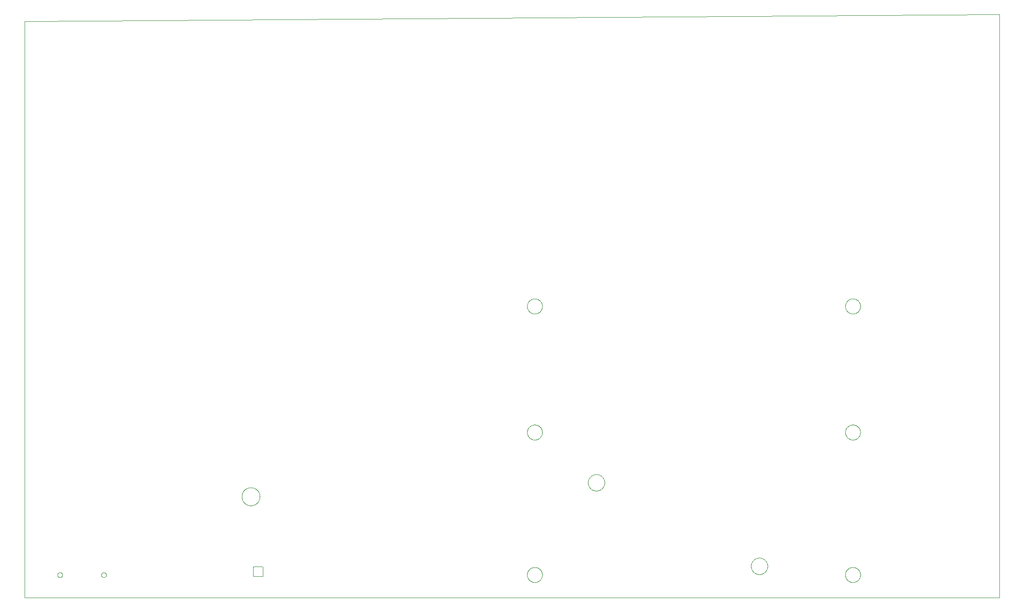
<source format=gbp>
G75*
%MOIN*%
%OFA0B0*%
%FSLAX25Y25*%
%IPPOS*%
%LPD*%
%AMOC8*
5,1,8,0,0,1.08239X$1,22.5*
%
%ADD10C,0.00000*%
%ADD11C,0.00100*%
D10*
X0001000Y0008593D02*
X0001000Y0422293D01*
X0700921Y0427293D01*
X0700921Y0008593D01*
X0001000Y0008593D01*
X0024740Y0024754D02*
X0024742Y0024838D01*
X0024748Y0024921D01*
X0024758Y0025004D01*
X0024772Y0025087D01*
X0024789Y0025169D01*
X0024811Y0025250D01*
X0024836Y0025329D01*
X0024865Y0025408D01*
X0024898Y0025485D01*
X0024934Y0025560D01*
X0024974Y0025634D01*
X0025017Y0025706D01*
X0025064Y0025775D01*
X0025114Y0025842D01*
X0025167Y0025907D01*
X0025223Y0025969D01*
X0025281Y0026029D01*
X0025343Y0026086D01*
X0025407Y0026139D01*
X0025474Y0026190D01*
X0025543Y0026237D01*
X0025614Y0026282D01*
X0025687Y0026322D01*
X0025762Y0026359D01*
X0025839Y0026393D01*
X0025917Y0026423D01*
X0025996Y0026449D01*
X0026077Y0026472D01*
X0026159Y0026490D01*
X0026241Y0026505D01*
X0026324Y0026516D01*
X0026407Y0026523D01*
X0026491Y0026526D01*
X0026575Y0026525D01*
X0026658Y0026520D01*
X0026742Y0026511D01*
X0026824Y0026498D01*
X0026906Y0026482D01*
X0026987Y0026461D01*
X0027068Y0026437D01*
X0027146Y0026409D01*
X0027224Y0026377D01*
X0027300Y0026341D01*
X0027374Y0026302D01*
X0027446Y0026260D01*
X0027516Y0026214D01*
X0027584Y0026165D01*
X0027649Y0026113D01*
X0027712Y0026058D01*
X0027772Y0026000D01*
X0027830Y0025939D01*
X0027884Y0025875D01*
X0027936Y0025809D01*
X0027984Y0025741D01*
X0028029Y0025670D01*
X0028070Y0025597D01*
X0028109Y0025523D01*
X0028143Y0025447D01*
X0028174Y0025369D01*
X0028201Y0025290D01*
X0028225Y0025209D01*
X0028244Y0025128D01*
X0028260Y0025046D01*
X0028272Y0024963D01*
X0028280Y0024879D01*
X0028284Y0024796D01*
X0028284Y0024712D01*
X0028280Y0024629D01*
X0028272Y0024545D01*
X0028260Y0024462D01*
X0028244Y0024380D01*
X0028225Y0024299D01*
X0028201Y0024218D01*
X0028174Y0024139D01*
X0028143Y0024061D01*
X0028109Y0023985D01*
X0028070Y0023911D01*
X0028029Y0023838D01*
X0027984Y0023767D01*
X0027936Y0023699D01*
X0027884Y0023633D01*
X0027830Y0023569D01*
X0027772Y0023508D01*
X0027712Y0023450D01*
X0027649Y0023395D01*
X0027584Y0023343D01*
X0027516Y0023294D01*
X0027446Y0023248D01*
X0027374Y0023206D01*
X0027300Y0023167D01*
X0027224Y0023131D01*
X0027146Y0023099D01*
X0027068Y0023071D01*
X0026987Y0023047D01*
X0026906Y0023026D01*
X0026824Y0023010D01*
X0026742Y0022997D01*
X0026658Y0022988D01*
X0026575Y0022983D01*
X0026491Y0022982D01*
X0026407Y0022985D01*
X0026324Y0022992D01*
X0026241Y0023003D01*
X0026159Y0023018D01*
X0026077Y0023036D01*
X0025996Y0023059D01*
X0025917Y0023085D01*
X0025839Y0023115D01*
X0025762Y0023149D01*
X0025687Y0023186D01*
X0025614Y0023226D01*
X0025543Y0023271D01*
X0025474Y0023318D01*
X0025407Y0023369D01*
X0025343Y0023422D01*
X0025281Y0023479D01*
X0025223Y0023539D01*
X0025167Y0023601D01*
X0025114Y0023666D01*
X0025064Y0023733D01*
X0025017Y0023802D01*
X0024974Y0023874D01*
X0024934Y0023948D01*
X0024898Y0024023D01*
X0024865Y0024100D01*
X0024836Y0024179D01*
X0024811Y0024258D01*
X0024789Y0024339D01*
X0024772Y0024421D01*
X0024758Y0024504D01*
X0024748Y0024587D01*
X0024742Y0024670D01*
X0024740Y0024754D01*
X0056236Y0024754D02*
X0056238Y0024838D01*
X0056244Y0024921D01*
X0056254Y0025004D01*
X0056268Y0025087D01*
X0056285Y0025169D01*
X0056307Y0025250D01*
X0056332Y0025329D01*
X0056361Y0025408D01*
X0056394Y0025485D01*
X0056430Y0025560D01*
X0056470Y0025634D01*
X0056513Y0025706D01*
X0056560Y0025775D01*
X0056610Y0025842D01*
X0056663Y0025907D01*
X0056719Y0025969D01*
X0056777Y0026029D01*
X0056839Y0026086D01*
X0056903Y0026139D01*
X0056970Y0026190D01*
X0057039Y0026237D01*
X0057110Y0026282D01*
X0057183Y0026322D01*
X0057258Y0026359D01*
X0057335Y0026393D01*
X0057413Y0026423D01*
X0057492Y0026449D01*
X0057573Y0026472D01*
X0057655Y0026490D01*
X0057737Y0026505D01*
X0057820Y0026516D01*
X0057903Y0026523D01*
X0057987Y0026526D01*
X0058071Y0026525D01*
X0058154Y0026520D01*
X0058238Y0026511D01*
X0058320Y0026498D01*
X0058402Y0026482D01*
X0058483Y0026461D01*
X0058564Y0026437D01*
X0058642Y0026409D01*
X0058720Y0026377D01*
X0058796Y0026341D01*
X0058870Y0026302D01*
X0058942Y0026260D01*
X0059012Y0026214D01*
X0059080Y0026165D01*
X0059145Y0026113D01*
X0059208Y0026058D01*
X0059268Y0026000D01*
X0059326Y0025939D01*
X0059380Y0025875D01*
X0059432Y0025809D01*
X0059480Y0025741D01*
X0059525Y0025670D01*
X0059566Y0025597D01*
X0059605Y0025523D01*
X0059639Y0025447D01*
X0059670Y0025369D01*
X0059697Y0025290D01*
X0059721Y0025209D01*
X0059740Y0025128D01*
X0059756Y0025046D01*
X0059768Y0024963D01*
X0059776Y0024879D01*
X0059780Y0024796D01*
X0059780Y0024712D01*
X0059776Y0024629D01*
X0059768Y0024545D01*
X0059756Y0024462D01*
X0059740Y0024380D01*
X0059721Y0024299D01*
X0059697Y0024218D01*
X0059670Y0024139D01*
X0059639Y0024061D01*
X0059605Y0023985D01*
X0059566Y0023911D01*
X0059525Y0023838D01*
X0059480Y0023767D01*
X0059432Y0023699D01*
X0059380Y0023633D01*
X0059326Y0023569D01*
X0059268Y0023508D01*
X0059208Y0023450D01*
X0059145Y0023395D01*
X0059080Y0023343D01*
X0059012Y0023294D01*
X0058942Y0023248D01*
X0058870Y0023206D01*
X0058796Y0023167D01*
X0058720Y0023131D01*
X0058642Y0023099D01*
X0058564Y0023071D01*
X0058483Y0023047D01*
X0058402Y0023026D01*
X0058320Y0023010D01*
X0058238Y0022997D01*
X0058154Y0022988D01*
X0058071Y0022983D01*
X0057987Y0022982D01*
X0057903Y0022985D01*
X0057820Y0022992D01*
X0057737Y0023003D01*
X0057655Y0023018D01*
X0057573Y0023036D01*
X0057492Y0023059D01*
X0057413Y0023085D01*
X0057335Y0023115D01*
X0057258Y0023149D01*
X0057183Y0023186D01*
X0057110Y0023226D01*
X0057039Y0023271D01*
X0056970Y0023318D01*
X0056903Y0023369D01*
X0056839Y0023422D01*
X0056777Y0023479D01*
X0056719Y0023539D01*
X0056663Y0023601D01*
X0056610Y0023666D01*
X0056560Y0023733D01*
X0056513Y0023802D01*
X0056470Y0023874D01*
X0056430Y0023948D01*
X0056394Y0024023D01*
X0056361Y0024100D01*
X0056332Y0024179D01*
X0056307Y0024258D01*
X0056285Y0024339D01*
X0056268Y0024421D01*
X0056254Y0024504D01*
X0056244Y0024587D01*
X0056238Y0024670D01*
X0056236Y0024754D01*
X0157000Y0081093D02*
X0157002Y0081254D01*
X0157008Y0081414D01*
X0157018Y0081575D01*
X0157032Y0081735D01*
X0157050Y0081895D01*
X0157071Y0082054D01*
X0157097Y0082213D01*
X0157127Y0082371D01*
X0157160Y0082528D01*
X0157198Y0082685D01*
X0157239Y0082840D01*
X0157284Y0082994D01*
X0157333Y0083147D01*
X0157386Y0083299D01*
X0157442Y0083450D01*
X0157503Y0083599D01*
X0157566Y0083747D01*
X0157634Y0083893D01*
X0157705Y0084037D01*
X0157779Y0084179D01*
X0157857Y0084320D01*
X0157939Y0084458D01*
X0158024Y0084595D01*
X0158112Y0084729D01*
X0158204Y0084861D01*
X0158299Y0084991D01*
X0158397Y0085119D01*
X0158498Y0085244D01*
X0158602Y0085366D01*
X0158709Y0085486D01*
X0158819Y0085603D01*
X0158932Y0085718D01*
X0159048Y0085829D01*
X0159167Y0085938D01*
X0159288Y0086043D01*
X0159412Y0086146D01*
X0159538Y0086246D01*
X0159666Y0086342D01*
X0159797Y0086435D01*
X0159931Y0086525D01*
X0160066Y0086612D01*
X0160204Y0086695D01*
X0160343Y0086775D01*
X0160485Y0086851D01*
X0160628Y0086924D01*
X0160773Y0086993D01*
X0160920Y0087059D01*
X0161068Y0087121D01*
X0161218Y0087179D01*
X0161369Y0087234D01*
X0161522Y0087285D01*
X0161676Y0087332D01*
X0161831Y0087375D01*
X0161987Y0087414D01*
X0162143Y0087450D01*
X0162301Y0087481D01*
X0162459Y0087509D01*
X0162618Y0087533D01*
X0162778Y0087553D01*
X0162938Y0087569D01*
X0163098Y0087581D01*
X0163259Y0087589D01*
X0163420Y0087593D01*
X0163580Y0087593D01*
X0163741Y0087589D01*
X0163902Y0087581D01*
X0164062Y0087569D01*
X0164222Y0087553D01*
X0164382Y0087533D01*
X0164541Y0087509D01*
X0164699Y0087481D01*
X0164857Y0087450D01*
X0165013Y0087414D01*
X0165169Y0087375D01*
X0165324Y0087332D01*
X0165478Y0087285D01*
X0165631Y0087234D01*
X0165782Y0087179D01*
X0165932Y0087121D01*
X0166080Y0087059D01*
X0166227Y0086993D01*
X0166372Y0086924D01*
X0166515Y0086851D01*
X0166657Y0086775D01*
X0166796Y0086695D01*
X0166934Y0086612D01*
X0167069Y0086525D01*
X0167203Y0086435D01*
X0167334Y0086342D01*
X0167462Y0086246D01*
X0167588Y0086146D01*
X0167712Y0086043D01*
X0167833Y0085938D01*
X0167952Y0085829D01*
X0168068Y0085718D01*
X0168181Y0085603D01*
X0168291Y0085486D01*
X0168398Y0085366D01*
X0168502Y0085244D01*
X0168603Y0085119D01*
X0168701Y0084991D01*
X0168796Y0084861D01*
X0168888Y0084729D01*
X0168976Y0084595D01*
X0169061Y0084458D01*
X0169143Y0084320D01*
X0169221Y0084179D01*
X0169295Y0084037D01*
X0169366Y0083893D01*
X0169434Y0083747D01*
X0169497Y0083599D01*
X0169558Y0083450D01*
X0169614Y0083299D01*
X0169667Y0083147D01*
X0169716Y0082994D01*
X0169761Y0082840D01*
X0169802Y0082685D01*
X0169840Y0082528D01*
X0169873Y0082371D01*
X0169903Y0082213D01*
X0169929Y0082054D01*
X0169950Y0081895D01*
X0169968Y0081735D01*
X0169982Y0081575D01*
X0169992Y0081414D01*
X0169998Y0081254D01*
X0170000Y0081093D01*
X0169998Y0080932D01*
X0169992Y0080772D01*
X0169982Y0080611D01*
X0169968Y0080451D01*
X0169950Y0080291D01*
X0169929Y0080132D01*
X0169903Y0079973D01*
X0169873Y0079815D01*
X0169840Y0079658D01*
X0169802Y0079501D01*
X0169761Y0079346D01*
X0169716Y0079192D01*
X0169667Y0079039D01*
X0169614Y0078887D01*
X0169558Y0078736D01*
X0169497Y0078587D01*
X0169434Y0078439D01*
X0169366Y0078293D01*
X0169295Y0078149D01*
X0169221Y0078007D01*
X0169143Y0077866D01*
X0169061Y0077728D01*
X0168976Y0077591D01*
X0168888Y0077457D01*
X0168796Y0077325D01*
X0168701Y0077195D01*
X0168603Y0077067D01*
X0168502Y0076942D01*
X0168398Y0076820D01*
X0168291Y0076700D01*
X0168181Y0076583D01*
X0168068Y0076468D01*
X0167952Y0076357D01*
X0167833Y0076248D01*
X0167712Y0076143D01*
X0167588Y0076040D01*
X0167462Y0075940D01*
X0167334Y0075844D01*
X0167203Y0075751D01*
X0167069Y0075661D01*
X0166934Y0075574D01*
X0166796Y0075491D01*
X0166657Y0075411D01*
X0166515Y0075335D01*
X0166372Y0075262D01*
X0166227Y0075193D01*
X0166080Y0075127D01*
X0165932Y0075065D01*
X0165782Y0075007D01*
X0165631Y0074952D01*
X0165478Y0074901D01*
X0165324Y0074854D01*
X0165169Y0074811D01*
X0165013Y0074772D01*
X0164857Y0074736D01*
X0164699Y0074705D01*
X0164541Y0074677D01*
X0164382Y0074653D01*
X0164222Y0074633D01*
X0164062Y0074617D01*
X0163902Y0074605D01*
X0163741Y0074597D01*
X0163580Y0074593D01*
X0163420Y0074593D01*
X0163259Y0074597D01*
X0163098Y0074605D01*
X0162938Y0074617D01*
X0162778Y0074633D01*
X0162618Y0074653D01*
X0162459Y0074677D01*
X0162301Y0074705D01*
X0162143Y0074736D01*
X0161987Y0074772D01*
X0161831Y0074811D01*
X0161676Y0074854D01*
X0161522Y0074901D01*
X0161369Y0074952D01*
X0161218Y0075007D01*
X0161068Y0075065D01*
X0160920Y0075127D01*
X0160773Y0075193D01*
X0160628Y0075262D01*
X0160485Y0075335D01*
X0160343Y0075411D01*
X0160204Y0075491D01*
X0160066Y0075574D01*
X0159931Y0075661D01*
X0159797Y0075751D01*
X0159666Y0075844D01*
X0159538Y0075940D01*
X0159412Y0076040D01*
X0159288Y0076143D01*
X0159167Y0076248D01*
X0159048Y0076357D01*
X0158932Y0076468D01*
X0158819Y0076583D01*
X0158709Y0076700D01*
X0158602Y0076820D01*
X0158498Y0076942D01*
X0158397Y0077067D01*
X0158299Y0077195D01*
X0158204Y0077325D01*
X0158112Y0077457D01*
X0158024Y0077591D01*
X0157939Y0077728D01*
X0157857Y0077866D01*
X0157779Y0078007D01*
X0157705Y0078149D01*
X0157634Y0078293D01*
X0157566Y0078439D01*
X0157503Y0078587D01*
X0157442Y0078736D01*
X0157386Y0078887D01*
X0157333Y0079039D01*
X0157284Y0079192D01*
X0157239Y0079346D01*
X0157198Y0079501D01*
X0157160Y0079658D01*
X0157127Y0079815D01*
X0157097Y0079973D01*
X0157071Y0080132D01*
X0157050Y0080291D01*
X0157032Y0080451D01*
X0157018Y0080611D01*
X0157008Y0080772D01*
X0157002Y0080932D01*
X0157000Y0081093D01*
X0361867Y0127234D02*
X0361869Y0127381D01*
X0361875Y0127527D01*
X0361885Y0127673D01*
X0361899Y0127819D01*
X0361917Y0127965D01*
X0361938Y0128110D01*
X0361964Y0128254D01*
X0361994Y0128398D01*
X0362027Y0128540D01*
X0362064Y0128682D01*
X0362105Y0128823D01*
X0362150Y0128962D01*
X0362199Y0129101D01*
X0362251Y0129238D01*
X0362308Y0129373D01*
X0362367Y0129507D01*
X0362431Y0129639D01*
X0362498Y0129769D01*
X0362568Y0129898D01*
X0362642Y0130025D01*
X0362719Y0130149D01*
X0362800Y0130272D01*
X0362884Y0130392D01*
X0362971Y0130510D01*
X0363061Y0130625D01*
X0363154Y0130738D01*
X0363251Y0130849D01*
X0363350Y0130957D01*
X0363452Y0131062D01*
X0363557Y0131164D01*
X0363665Y0131263D01*
X0363776Y0131360D01*
X0363889Y0131453D01*
X0364004Y0131543D01*
X0364122Y0131630D01*
X0364242Y0131714D01*
X0364365Y0131795D01*
X0364489Y0131872D01*
X0364616Y0131946D01*
X0364745Y0132016D01*
X0364875Y0132083D01*
X0365007Y0132147D01*
X0365141Y0132206D01*
X0365276Y0132263D01*
X0365413Y0132315D01*
X0365552Y0132364D01*
X0365691Y0132409D01*
X0365832Y0132450D01*
X0365974Y0132487D01*
X0366116Y0132520D01*
X0366260Y0132550D01*
X0366404Y0132576D01*
X0366549Y0132597D01*
X0366695Y0132615D01*
X0366841Y0132629D01*
X0366987Y0132639D01*
X0367133Y0132645D01*
X0367280Y0132647D01*
X0367427Y0132645D01*
X0367573Y0132639D01*
X0367719Y0132629D01*
X0367865Y0132615D01*
X0368011Y0132597D01*
X0368156Y0132576D01*
X0368300Y0132550D01*
X0368444Y0132520D01*
X0368586Y0132487D01*
X0368728Y0132450D01*
X0368869Y0132409D01*
X0369008Y0132364D01*
X0369147Y0132315D01*
X0369284Y0132263D01*
X0369419Y0132206D01*
X0369553Y0132147D01*
X0369685Y0132083D01*
X0369815Y0132016D01*
X0369944Y0131946D01*
X0370071Y0131872D01*
X0370195Y0131795D01*
X0370318Y0131714D01*
X0370438Y0131630D01*
X0370556Y0131543D01*
X0370671Y0131453D01*
X0370784Y0131360D01*
X0370895Y0131263D01*
X0371003Y0131164D01*
X0371108Y0131062D01*
X0371210Y0130957D01*
X0371309Y0130849D01*
X0371406Y0130738D01*
X0371499Y0130625D01*
X0371589Y0130510D01*
X0371676Y0130392D01*
X0371760Y0130272D01*
X0371841Y0130149D01*
X0371918Y0130025D01*
X0371992Y0129898D01*
X0372062Y0129769D01*
X0372129Y0129639D01*
X0372193Y0129507D01*
X0372252Y0129373D01*
X0372309Y0129238D01*
X0372361Y0129101D01*
X0372410Y0128962D01*
X0372455Y0128823D01*
X0372496Y0128682D01*
X0372533Y0128540D01*
X0372566Y0128398D01*
X0372596Y0128254D01*
X0372622Y0128110D01*
X0372643Y0127965D01*
X0372661Y0127819D01*
X0372675Y0127673D01*
X0372685Y0127527D01*
X0372691Y0127381D01*
X0372693Y0127234D01*
X0372691Y0127087D01*
X0372685Y0126941D01*
X0372675Y0126795D01*
X0372661Y0126649D01*
X0372643Y0126503D01*
X0372622Y0126358D01*
X0372596Y0126214D01*
X0372566Y0126070D01*
X0372533Y0125928D01*
X0372496Y0125786D01*
X0372455Y0125645D01*
X0372410Y0125506D01*
X0372361Y0125367D01*
X0372309Y0125230D01*
X0372252Y0125095D01*
X0372193Y0124961D01*
X0372129Y0124829D01*
X0372062Y0124699D01*
X0371992Y0124570D01*
X0371918Y0124443D01*
X0371841Y0124319D01*
X0371760Y0124196D01*
X0371676Y0124076D01*
X0371589Y0123958D01*
X0371499Y0123843D01*
X0371406Y0123730D01*
X0371309Y0123619D01*
X0371210Y0123511D01*
X0371108Y0123406D01*
X0371003Y0123304D01*
X0370895Y0123205D01*
X0370784Y0123108D01*
X0370671Y0123015D01*
X0370556Y0122925D01*
X0370438Y0122838D01*
X0370318Y0122754D01*
X0370195Y0122673D01*
X0370071Y0122596D01*
X0369944Y0122522D01*
X0369815Y0122452D01*
X0369685Y0122385D01*
X0369553Y0122321D01*
X0369419Y0122262D01*
X0369284Y0122205D01*
X0369147Y0122153D01*
X0369008Y0122104D01*
X0368869Y0122059D01*
X0368728Y0122018D01*
X0368586Y0121981D01*
X0368444Y0121948D01*
X0368300Y0121918D01*
X0368156Y0121892D01*
X0368011Y0121871D01*
X0367865Y0121853D01*
X0367719Y0121839D01*
X0367573Y0121829D01*
X0367427Y0121823D01*
X0367280Y0121821D01*
X0367133Y0121823D01*
X0366987Y0121829D01*
X0366841Y0121839D01*
X0366695Y0121853D01*
X0366549Y0121871D01*
X0366404Y0121892D01*
X0366260Y0121918D01*
X0366116Y0121948D01*
X0365974Y0121981D01*
X0365832Y0122018D01*
X0365691Y0122059D01*
X0365552Y0122104D01*
X0365413Y0122153D01*
X0365276Y0122205D01*
X0365141Y0122262D01*
X0365007Y0122321D01*
X0364875Y0122385D01*
X0364745Y0122452D01*
X0364616Y0122522D01*
X0364489Y0122596D01*
X0364365Y0122673D01*
X0364242Y0122754D01*
X0364122Y0122838D01*
X0364004Y0122925D01*
X0363889Y0123015D01*
X0363776Y0123108D01*
X0363665Y0123205D01*
X0363557Y0123304D01*
X0363452Y0123406D01*
X0363350Y0123511D01*
X0363251Y0123619D01*
X0363154Y0123730D01*
X0363061Y0123843D01*
X0362971Y0123958D01*
X0362884Y0124076D01*
X0362800Y0124196D01*
X0362719Y0124319D01*
X0362642Y0124443D01*
X0362568Y0124570D01*
X0362498Y0124699D01*
X0362431Y0124829D01*
X0362367Y0124961D01*
X0362308Y0125095D01*
X0362251Y0125230D01*
X0362199Y0125367D01*
X0362150Y0125506D01*
X0362105Y0125645D01*
X0362064Y0125786D01*
X0362027Y0125928D01*
X0361994Y0126070D01*
X0361964Y0126214D01*
X0361938Y0126358D01*
X0361917Y0126503D01*
X0361899Y0126649D01*
X0361885Y0126795D01*
X0361875Y0126941D01*
X0361869Y0127087D01*
X0361867Y0127234D01*
X0405594Y0091093D02*
X0405596Y0091246D01*
X0405602Y0091400D01*
X0405612Y0091553D01*
X0405626Y0091705D01*
X0405644Y0091858D01*
X0405666Y0092009D01*
X0405691Y0092160D01*
X0405721Y0092311D01*
X0405755Y0092461D01*
X0405792Y0092609D01*
X0405833Y0092757D01*
X0405878Y0092903D01*
X0405927Y0093049D01*
X0405980Y0093193D01*
X0406036Y0093335D01*
X0406096Y0093476D01*
X0406160Y0093616D01*
X0406227Y0093754D01*
X0406298Y0093890D01*
X0406373Y0094024D01*
X0406450Y0094156D01*
X0406532Y0094286D01*
X0406616Y0094414D01*
X0406704Y0094540D01*
X0406795Y0094663D01*
X0406889Y0094784D01*
X0406987Y0094902D01*
X0407087Y0095018D01*
X0407191Y0095131D01*
X0407297Y0095242D01*
X0407406Y0095350D01*
X0407518Y0095455D01*
X0407632Y0095556D01*
X0407750Y0095655D01*
X0407869Y0095751D01*
X0407991Y0095844D01*
X0408116Y0095933D01*
X0408243Y0096020D01*
X0408372Y0096102D01*
X0408503Y0096182D01*
X0408636Y0096258D01*
X0408771Y0096331D01*
X0408908Y0096400D01*
X0409047Y0096465D01*
X0409187Y0096527D01*
X0409329Y0096585D01*
X0409472Y0096640D01*
X0409617Y0096691D01*
X0409763Y0096738D01*
X0409910Y0096781D01*
X0410058Y0096820D01*
X0410207Y0096856D01*
X0410357Y0096887D01*
X0410508Y0096915D01*
X0410659Y0096939D01*
X0410812Y0096959D01*
X0410964Y0096975D01*
X0411117Y0096987D01*
X0411270Y0096995D01*
X0411423Y0096999D01*
X0411577Y0096999D01*
X0411730Y0096995D01*
X0411883Y0096987D01*
X0412036Y0096975D01*
X0412188Y0096959D01*
X0412341Y0096939D01*
X0412492Y0096915D01*
X0412643Y0096887D01*
X0412793Y0096856D01*
X0412942Y0096820D01*
X0413090Y0096781D01*
X0413237Y0096738D01*
X0413383Y0096691D01*
X0413528Y0096640D01*
X0413671Y0096585D01*
X0413813Y0096527D01*
X0413953Y0096465D01*
X0414092Y0096400D01*
X0414229Y0096331D01*
X0414364Y0096258D01*
X0414497Y0096182D01*
X0414628Y0096102D01*
X0414757Y0096020D01*
X0414884Y0095933D01*
X0415009Y0095844D01*
X0415131Y0095751D01*
X0415250Y0095655D01*
X0415368Y0095556D01*
X0415482Y0095455D01*
X0415594Y0095350D01*
X0415703Y0095242D01*
X0415809Y0095131D01*
X0415913Y0095018D01*
X0416013Y0094902D01*
X0416111Y0094784D01*
X0416205Y0094663D01*
X0416296Y0094540D01*
X0416384Y0094414D01*
X0416468Y0094286D01*
X0416550Y0094156D01*
X0416627Y0094024D01*
X0416702Y0093890D01*
X0416773Y0093754D01*
X0416840Y0093616D01*
X0416904Y0093476D01*
X0416964Y0093335D01*
X0417020Y0093193D01*
X0417073Y0093049D01*
X0417122Y0092903D01*
X0417167Y0092757D01*
X0417208Y0092609D01*
X0417245Y0092461D01*
X0417279Y0092311D01*
X0417309Y0092160D01*
X0417334Y0092009D01*
X0417356Y0091858D01*
X0417374Y0091705D01*
X0417388Y0091553D01*
X0417398Y0091400D01*
X0417404Y0091246D01*
X0417406Y0091093D01*
X0417404Y0090940D01*
X0417398Y0090786D01*
X0417388Y0090633D01*
X0417374Y0090481D01*
X0417356Y0090328D01*
X0417334Y0090177D01*
X0417309Y0090026D01*
X0417279Y0089875D01*
X0417245Y0089725D01*
X0417208Y0089577D01*
X0417167Y0089429D01*
X0417122Y0089283D01*
X0417073Y0089137D01*
X0417020Y0088993D01*
X0416964Y0088851D01*
X0416904Y0088710D01*
X0416840Y0088570D01*
X0416773Y0088432D01*
X0416702Y0088296D01*
X0416627Y0088162D01*
X0416550Y0088030D01*
X0416468Y0087900D01*
X0416384Y0087772D01*
X0416296Y0087646D01*
X0416205Y0087523D01*
X0416111Y0087402D01*
X0416013Y0087284D01*
X0415913Y0087168D01*
X0415809Y0087055D01*
X0415703Y0086944D01*
X0415594Y0086836D01*
X0415482Y0086731D01*
X0415368Y0086630D01*
X0415250Y0086531D01*
X0415131Y0086435D01*
X0415009Y0086342D01*
X0414884Y0086253D01*
X0414757Y0086166D01*
X0414628Y0086084D01*
X0414497Y0086004D01*
X0414364Y0085928D01*
X0414229Y0085855D01*
X0414092Y0085786D01*
X0413953Y0085721D01*
X0413813Y0085659D01*
X0413671Y0085601D01*
X0413528Y0085546D01*
X0413383Y0085495D01*
X0413237Y0085448D01*
X0413090Y0085405D01*
X0412942Y0085366D01*
X0412793Y0085330D01*
X0412643Y0085299D01*
X0412492Y0085271D01*
X0412341Y0085247D01*
X0412188Y0085227D01*
X0412036Y0085211D01*
X0411883Y0085199D01*
X0411730Y0085191D01*
X0411577Y0085187D01*
X0411423Y0085187D01*
X0411270Y0085191D01*
X0411117Y0085199D01*
X0410964Y0085211D01*
X0410812Y0085227D01*
X0410659Y0085247D01*
X0410508Y0085271D01*
X0410357Y0085299D01*
X0410207Y0085330D01*
X0410058Y0085366D01*
X0409910Y0085405D01*
X0409763Y0085448D01*
X0409617Y0085495D01*
X0409472Y0085546D01*
X0409329Y0085601D01*
X0409187Y0085659D01*
X0409047Y0085721D01*
X0408908Y0085786D01*
X0408771Y0085855D01*
X0408636Y0085928D01*
X0408503Y0086004D01*
X0408372Y0086084D01*
X0408243Y0086166D01*
X0408116Y0086253D01*
X0407991Y0086342D01*
X0407869Y0086435D01*
X0407750Y0086531D01*
X0407632Y0086630D01*
X0407518Y0086731D01*
X0407406Y0086836D01*
X0407297Y0086944D01*
X0407191Y0087055D01*
X0407087Y0087168D01*
X0406987Y0087284D01*
X0406889Y0087402D01*
X0406795Y0087523D01*
X0406704Y0087646D01*
X0406616Y0087772D01*
X0406532Y0087900D01*
X0406450Y0088030D01*
X0406373Y0088162D01*
X0406298Y0088296D01*
X0406227Y0088432D01*
X0406160Y0088570D01*
X0406096Y0088710D01*
X0406036Y0088851D01*
X0405980Y0088993D01*
X0405927Y0089137D01*
X0405878Y0089283D01*
X0405833Y0089429D01*
X0405792Y0089577D01*
X0405755Y0089725D01*
X0405721Y0089875D01*
X0405691Y0090026D01*
X0405666Y0090177D01*
X0405644Y0090328D01*
X0405626Y0090481D01*
X0405612Y0090633D01*
X0405602Y0090786D01*
X0405596Y0090940D01*
X0405594Y0091093D01*
X0361867Y0024872D02*
X0361869Y0025019D01*
X0361875Y0025165D01*
X0361885Y0025311D01*
X0361899Y0025457D01*
X0361917Y0025603D01*
X0361938Y0025748D01*
X0361964Y0025892D01*
X0361994Y0026036D01*
X0362027Y0026178D01*
X0362064Y0026320D01*
X0362105Y0026461D01*
X0362150Y0026600D01*
X0362199Y0026739D01*
X0362251Y0026876D01*
X0362308Y0027011D01*
X0362367Y0027145D01*
X0362431Y0027277D01*
X0362498Y0027407D01*
X0362568Y0027536D01*
X0362642Y0027663D01*
X0362719Y0027787D01*
X0362800Y0027910D01*
X0362884Y0028030D01*
X0362971Y0028148D01*
X0363061Y0028263D01*
X0363154Y0028376D01*
X0363251Y0028487D01*
X0363350Y0028595D01*
X0363452Y0028700D01*
X0363557Y0028802D01*
X0363665Y0028901D01*
X0363776Y0028998D01*
X0363889Y0029091D01*
X0364004Y0029181D01*
X0364122Y0029268D01*
X0364242Y0029352D01*
X0364365Y0029433D01*
X0364489Y0029510D01*
X0364616Y0029584D01*
X0364745Y0029654D01*
X0364875Y0029721D01*
X0365007Y0029785D01*
X0365141Y0029844D01*
X0365276Y0029901D01*
X0365413Y0029953D01*
X0365552Y0030002D01*
X0365691Y0030047D01*
X0365832Y0030088D01*
X0365974Y0030125D01*
X0366116Y0030158D01*
X0366260Y0030188D01*
X0366404Y0030214D01*
X0366549Y0030235D01*
X0366695Y0030253D01*
X0366841Y0030267D01*
X0366987Y0030277D01*
X0367133Y0030283D01*
X0367280Y0030285D01*
X0367427Y0030283D01*
X0367573Y0030277D01*
X0367719Y0030267D01*
X0367865Y0030253D01*
X0368011Y0030235D01*
X0368156Y0030214D01*
X0368300Y0030188D01*
X0368444Y0030158D01*
X0368586Y0030125D01*
X0368728Y0030088D01*
X0368869Y0030047D01*
X0369008Y0030002D01*
X0369147Y0029953D01*
X0369284Y0029901D01*
X0369419Y0029844D01*
X0369553Y0029785D01*
X0369685Y0029721D01*
X0369815Y0029654D01*
X0369944Y0029584D01*
X0370071Y0029510D01*
X0370195Y0029433D01*
X0370318Y0029352D01*
X0370438Y0029268D01*
X0370556Y0029181D01*
X0370671Y0029091D01*
X0370784Y0028998D01*
X0370895Y0028901D01*
X0371003Y0028802D01*
X0371108Y0028700D01*
X0371210Y0028595D01*
X0371309Y0028487D01*
X0371406Y0028376D01*
X0371499Y0028263D01*
X0371589Y0028148D01*
X0371676Y0028030D01*
X0371760Y0027910D01*
X0371841Y0027787D01*
X0371918Y0027663D01*
X0371992Y0027536D01*
X0372062Y0027407D01*
X0372129Y0027277D01*
X0372193Y0027145D01*
X0372252Y0027011D01*
X0372309Y0026876D01*
X0372361Y0026739D01*
X0372410Y0026600D01*
X0372455Y0026461D01*
X0372496Y0026320D01*
X0372533Y0026178D01*
X0372566Y0026036D01*
X0372596Y0025892D01*
X0372622Y0025748D01*
X0372643Y0025603D01*
X0372661Y0025457D01*
X0372675Y0025311D01*
X0372685Y0025165D01*
X0372691Y0025019D01*
X0372693Y0024872D01*
X0372691Y0024725D01*
X0372685Y0024579D01*
X0372675Y0024433D01*
X0372661Y0024287D01*
X0372643Y0024141D01*
X0372622Y0023996D01*
X0372596Y0023852D01*
X0372566Y0023708D01*
X0372533Y0023566D01*
X0372496Y0023424D01*
X0372455Y0023283D01*
X0372410Y0023144D01*
X0372361Y0023005D01*
X0372309Y0022868D01*
X0372252Y0022733D01*
X0372193Y0022599D01*
X0372129Y0022467D01*
X0372062Y0022337D01*
X0371992Y0022208D01*
X0371918Y0022081D01*
X0371841Y0021957D01*
X0371760Y0021834D01*
X0371676Y0021714D01*
X0371589Y0021596D01*
X0371499Y0021481D01*
X0371406Y0021368D01*
X0371309Y0021257D01*
X0371210Y0021149D01*
X0371108Y0021044D01*
X0371003Y0020942D01*
X0370895Y0020843D01*
X0370784Y0020746D01*
X0370671Y0020653D01*
X0370556Y0020563D01*
X0370438Y0020476D01*
X0370318Y0020392D01*
X0370195Y0020311D01*
X0370071Y0020234D01*
X0369944Y0020160D01*
X0369815Y0020090D01*
X0369685Y0020023D01*
X0369553Y0019959D01*
X0369419Y0019900D01*
X0369284Y0019843D01*
X0369147Y0019791D01*
X0369008Y0019742D01*
X0368869Y0019697D01*
X0368728Y0019656D01*
X0368586Y0019619D01*
X0368444Y0019586D01*
X0368300Y0019556D01*
X0368156Y0019530D01*
X0368011Y0019509D01*
X0367865Y0019491D01*
X0367719Y0019477D01*
X0367573Y0019467D01*
X0367427Y0019461D01*
X0367280Y0019459D01*
X0367133Y0019461D01*
X0366987Y0019467D01*
X0366841Y0019477D01*
X0366695Y0019491D01*
X0366549Y0019509D01*
X0366404Y0019530D01*
X0366260Y0019556D01*
X0366116Y0019586D01*
X0365974Y0019619D01*
X0365832Y0019656D01*
X0365691Y0019697D01*
X0365552Y0019742D01*
X0365413Y0019791D01*
X0365276Y0019843D01*
X0365141Y0019900D01*
X0365007Y0019959D01*
X0364875Y0020023D01*
X0364745Y0020090D01*
X0364616Y0020160D01*
X0364489Y0020234D01*
X0364365Y0020311D01*
X0364242Y0020392D01*
X0364122Y0020476D01*
X0364004Y0020563D01*
X0363889Y0020653D01*
X0363776Y0020746D01*
X0363665Y0020843D01*
X0363557Y0020942D01*
X0363452Y0021044D01*
X0363350Y0021149D01*
X0363251Y0021257D01*
X0363154Y0021368D01*
X0363061Y0021481D01*
X0362971Y0021596D01*
X0362884Y0021714D01*
X0362800Y0021834D01*
X0362719Y0021957D01*
X0362642Y0022081D01*
X0362568Y0022208D01*
X0362498Y0022337D01*
X0362431Y0022467D01*
X0362367Y0022599D01*
X0362308Y0022733D01*
X0362251Y0022868D01*
X0362199Y0023005D01*
X0362150Y0023144D01*
X0362105Y0023283D01*
X0362064Y0023424D01*
X0362027Y0023566D01*
X0361994Y0023708D01*
X0361964Y0023852D01*
X0361938Y0023996D01*
X0361917Y0024141D01*
X0361899Y0024287D01*
X0361885Y0024433D01*
X0361875Y0024579D01*
X0361869Y0024725D01*
X0361867Y0024872D01*
X0522594Y0031093D02*
X0522596Y0031246D01*
X0522602Y0031400D01*
X0522612Y0031553D01*
X0522626Y0031705D01*
X0522644Y0031858D01*
X0522666Y0032009D01*
X0522691Y0032160D01*
X0522721Y0032311D01*
X0522755Y0032461D01*
X0522792Y0032609D01*
X0522833Y0032757D01*
X0522878Y0032903D01*
X0522927Y0033049D01*
X0522980Y0033193D01*
X0523036Y0033335D01*
X0523096Y0033476D01*
X0523160Y0033616D01*
X0523227Y0033754D01*
X0523298Y0033890D01*
X0523373Y0034024D01*
X0523450Y0034156D01*
X0523532Y0034286D01*
X0523616Y0034414D01*
X0523704Y0034540D01*
X0523795Y0034663D01*
X0523889Y0034784D01*
X0523987Y0034902D01*
X0524087Y0035018D01*
X0524191Y0035131D01*
X0524297Y0035242D01*
X0524406Y0035350D01*
X0524518Y0035455D01*
X0524632Y0035556D01*
X0524750Y0035655D01*
X0524869Y0035751D01*
X0524991Y0035844D01*
X0525116Y0035933D01*
X0525243Y0036020D01*
X0525372Y0036102D01*
X0525503Y0036182D01*
X0525636Y0036258D01*
X0525771Y0036331D01*
X0525908Y0036400D01*
X0526047Y0036465D01*
X0526187Y0036527D01*
X0526329Y0036585D01*
X0526472Y0036640D01*
X0526617Y0036691D01*
X0526763Y0036738D01*
X0526910Y0036781D01*
X0527058Y0036820D01*
X0527207Y0036856D01*
X0527357Y0036887D01*
X0527508Y0036915D01*
X0527659Y0036939D01*
X0527812Y0036959D01*
X0527964Y0036975D01*
X0528117Y0036987D01*
X0528270Y0036995D01*
X0528423Y0036999D01*
X0528577Y0036999D01*
X0528730Y0036995D01*
X0528883Y0036987D01*
X0529036Y0036975D01*
X0529188Y0036959D01*
X0529341Y0036939D01*
X0529492Y0036915D01*
X0529643Y0036887D01*
X0529793Y0036856D01*
X0529942Y0036820D01*
X0530090Y0036781D01*
X0530237Y0036738D01*
X0530383Y0036691D01*
X0530528Y0036640D01*
X0530671Y0036585D01*
X0530813Y0036527D01*
X0530953Y0036465D01*
X0531092Y0036400D01*
X0531229Y0036331D01*
X0531364Y0036258D01*
X0531497Y0036182D01*
X0531628Y0036102D01*
X0531757Y0036020D01*
X0531884Y0035933D01*
X0532009Y0035844D01*
X0532131Y0035751D01*
X0532250Y0035655D01*
X0532368Y0035556D01*
X0532482Y0035455D01*
X0532594Y0035350D01*
X0532703Y0035242D01*
X0532809Y0035131D01*
X0532913Y0035018D01*
X0533013Y0034902D01*
X0533111Y0034784D01*
X0533205Y0034663D01*
X0533296Y0034540D01*
X0533384Y0034414D01*
X0533468Y0034286D01*
X0533550Y0034156D01*
X0533627Y0034024D01*
X0533702Y0033890D01*
X0533773Y0033754D01*
X0533840Y0033616D01*
X0533904Y0033476D01*
X0533964Y0033335D01*
X0534020Y0033193D01*
X0534073Y0033049D01*
X0534122Y0032903D01*
X0534167Y0032757D01*
X0534208Y0032609D01*
X0534245Y0032461D01*
X0534279Y0032311D01*
X0534309Y0032160D01*
X0534334Y0032009D01*
X0534356Y0031858D01*
X0534374Y0031705D01*
X0534388Y0031553D01*
X0534398Y0031400D01*
X0534404Y0031246D01*
X0534406Y0031093D01*
X0534404Y0030940D01*
X0534398Y0030786D01*
X0534388Y0030633D01*
X0534374Y0030481D01*
X0534356Y0030328D01*
X0534334Y0030177D01*
X0534309Y0030026D01*
X0534279Y0029875D01*
X0534245Y0029725D01*
X0534208Y0029577D01*
X0534167Y0029429D01*
X0534122Y0029283D01*
X0534073Y0029137D01*
X0534020Y0028993D01*
X0533964Y0028851D01*
X0533904Y0028710D01*
X0533840Y0028570D01*
X0533773Y0028432D01*
X0533702Y0028296D01*
X0533627Y0028162D01*
X0533550Y0028030D01*
X0533468Y0027900D01*
X0533384Y0027772D01*
X0533296Y0027646D01*
X0533205Y0027523D01*
X0533111Y0027402D01*
X0533013Y0027284D01*
X0532913Y0027168D01*
X0532809Y0027055D01*
X0532703Y0026944D01*
X0532594Y0026836D01*
X0532482Y0026731D01*
X0532368Y0026630D01*
X0532250Y0026531D01*
X0532131Y0026435D01*
X0532009Y0026342D01*
X0531884Y0026253D01*
X0531757Y0026166D01*
X0531628Y0026084D01*
X0531497Y0026004D01*
X0531364Y0025928D01*
X0531229Y0025855D01*
X0531092Y0025786D01*
X0530953Y0025721D01*
X0530813Y0025659D01*
X0530671Y0025601D01*
X0530528Y0025546D01*
X0530383Y0025495D01*
X0530237Y0025448D01*
X0530090Y0025405D01*
X0529942Y0025366D01*
X0529793Y0025330D01*
X0529643Y0025299D01*
X0529492Y0025271D01*
X0529341Y0025247D01*
X0529188Y0025227D01*
X0529036Y0025211D01*
X0528883Y0025199D01*
X0528730Y0025191D01*
X0528577Y0025187D01*
X0528423Y0025187D01*
X0528270Y0025191D01*
X0528117Y0025199D01*
X0527964Y0025211D01*
X0527812Y0025227D01*
X0527659Y0025247D01*
X0527508Y0025271D01*
X0527357Y0025299D01*
X0527207Y0025330D01*
X0527058Y0025366D01*
X0526910Y0025405D01*
X0526763Y0025448D01*
X0526617Y0025495D01*
X0526472Y0025546D01*
X0526329Y0025601D01*
X0526187Y0025659D01*
X0526047Y0025721D01*
X0525908Y0025786D01*
X0525771Y0025855D01*
X0525636Y0025928D01*
X0525503Y0026004D01*
X0525372Y0026084D01*
X0525243Y0026166D01*
X0525116Y0026253D01*
X0524991Y0026342D01*
X0524869Y0026435D01*
X0524750Y0026531D01*
X0524632Y0026630D01*
X0524518Y0026731D01*
X0524406Y0026836D01*
X0524297Y0026944D01*
X0524191Y0027055D01*
X0524087Y0027168D01*
X0523987Y0027284D01*
X0523889Y0027402D01*
X0523795Y0027523D01*
X0523704Y0027646D01*
X0523616Y0027772D01*
X0523532Y0027900D01*
X0523450Y0028030D01*
X0523373Y0028162D01*
X0523298Y0028296D01*
X0523227Y0028432D01*
X0523160Y0028570D01*
X0523096Y0028710D01*
X0523036Y0028851D01*
X0522980Y0028993D01*
X0522927Y0029137D01*
X0522878Y0029283D01*
X0522833Y0029429D01*
X0522792Y0029577D01*
X0522755Y0029725D01*
X0522721Y0029875D01*
X0522691Y0030026D01*
X0522666Y0030177D01*
X0522644Y0030328D01*
X0522626Y0030481D01*
X0522612Y0030633D01*
X0522602Y0030786D01*
X0522596Y0030940D01*
X0522594Y0031093D01*
X0590213Y0024872D02*
X0590215Y0025019D01*
X0590221Y0025165D01*
X0590231Y0025311D01*
X0590245Y0025457D01*
X0590263Y0025603D01*
X0590284Y0025748D01*
X0590310Y0025892D01*
X0590340Y0026036D01*
X0590373Y0026178D01*
X0590410Y0026320D01*
X0590451Y0026461D01*
X0590496Y0026600D01*
X0590545Y0026739D01*
X0590597Y0026876D01*
X0590654Y0027011D01*
X0590713Y0027145D01*
X0590777Y0027277D01*
X0590844Y0027407D01*
X0590914Y0027536D01*
X0590988Y0027663D01*
X0591065Y0027787D01*
X0591146Y0027910D01*
X0591230Y0028030D01*
X0591317Y0028148D01*
X0591407Y0028263D01*
X0591500Y0028376D01*
X0591597Y0028487D01*
X0591696Y0028595D01*
X0591798Y0028700D01*
X0591903Y0028802D01*
X0592011Y0028901D01*
X0592122Y0028998D01*
X0592235Y0029091D01*
X0592350Y0029181D01*
X0592468Y0029268D01*
X0592588Y0029352D01*
X0592711Y0029433D01*
X0592835Y0029510D01*
X0592962Y0029584D01*
X0593091Y0029654D01*
X0593221Y0029721D01*
X0593353Y0029785D01*
X0593487Y0029844D01*
X0593622Y0029901D01*
X0593759Y0029953D01*
X0593898Y0030002D01*
X0594037Y0030047D01*
X0594178Y0030088D01*
X0594320Y0030125D01*
X0594462Y0030158D01*
X0594606Y0030188D01*
X0594750Y0030214D01*
X0594895Y0030235D01*
X0595041Y0030253D01*
X0595187Y0030267D01*
X0595333Y0030277D01*
X0595479Y0030283D01*
X0595626Y0030285D01*
X0595773Y0030283D01*
X0595919Y0030277D01*
X0596065Y0030267D01*
X0596211Y0030253D01*
X0596357Y0030235D01*
X0596502Y0030214D01*
X0596646Y0030188D01*
X0596790Y0030158D01*
X0596932Y0030125D01*
X0597074Y0030088D01*
X0597215Y0030047D01*
X0597354Y0030002D01*
X0597493Y0029953D01*
X0597630Y0029901D01*
X0597765Y0029844D01*
X0597899Y0029785D01*
X0598031Y0029721D01*
X0598161Y0029654D01*
X0598290Y0029584D01*
X0598417Y0029510D01*
X0598541Y0029433D01*
X0598664Y0029352D01*
X0598784Y0029268D01*
X0598902Y0029181D01*
X0599017Y0029091D01*
X0599130Y0028998D01*
X0599241Y0028901D01*
X0599349Y0028802D01*
X0599454Y0028700D01*
X0599556Y0028595D01*
X0599655Y0028487D01*
X0599752Y0028376D01*
X0599845Y0028263D01*
X0599935Y0028148D01*
X0600022Y0028030D01*
X0600106Y0027910D01*
X0600187Y0027787D01*
X0600264Y0027663D01*
X0600338Y0027536D01*
X0600408Y0027407D01*
X0600475Y0027277D01*
X0600539Y0027145D01*
X0600598Y0027011D01*
X0600655Y0026876D01*
X0600707Y0026739D01*
X0600756Y0026600D01*
X0600801Y0026461D01*
X0600842Y0026320D01*
X0600879Y0026178D01*
X0600912Y0026036D01*
X0600942Y0025892D01*
X0600968Y0025748D01*
X0600989Y0025603D01*
X0601007Y0025457D01*
X0601021Y0025311D01*
X0601031Y0025165D01*
X0601037Y0025019D01*
X0601039Y0024872D01*
X0601037Y0024725D01*
X0601031Y0024579D01*
X0601021Y0024433D01*
X0601007Y0024287D01*
X0600989Y0024141D01*
X0600968Y0023996D01*
X0600942Y0023852D01*
X0600912Y0023708D01*
X0600879Y0023566D01*
X0600842Y0023424D01*
X0600801Y0023283D01*
X0600756Y0023144D01*
X0600707Y0023005D01*
X0600655Y0022868D01*
X0600598Y0022733D01*
X0600539Y0022599D01*
X0600475Y0022467D01*
X0600408Y0022337D01*
X0600338Y0022208D01*
X0600264Y0022081D01*
X0600187Y0021957D01*
X0600106Y0021834D01*
X0600022Y0021714D01*
X0599935Y0021596D01*
X0599845Y0021481D01*
X0599752Y0021368D01*
X0599655Y0021257D01*
X0599556Y0021149D01*
X0599454Y0021044D01*
X0599349Y0020942D01*
X0599241Y0020843D01*
X0599130Y0020746D01*
X0599017Y0020653D01*
X0598902Y0020563D01*
X0598784Y0020476D01*
X0598664Y0020392D01*
X0598541Y0020311D01*
X0598417Y0020234D01*
X0598290Y0020160D01*
X0598161Y0020090D01*
X0598031Y0020023D01*
X0597899Y0019959D01*
X0597765Y0019900D01*
X0597630Y0019843D01*
X0597493Y0019791D01*
X0597354Y0019742D01*
X0597215Y0019697D01*
X0597074Y0019656D01*
X0596932Y0019619D01*
X0596790Y0019586D01*
X0596646Y0019556D01*
X0596502Y0019530D01*
X0596357Y0019509D01*
X0596211Y0019491D01*
X0596065Y0019477D01*
X0595919Y0019467D01*
X0595773Y0019461D01*
X0595626Y0019459D01*
X0595479Y0019461D01*
X0595333Y0019467D01*
X0595187Y0019477D01*
X0595041Y0019491D01*
X0594895Y0019509D01*
X0594750Y0019530D01*
X0594606Y0019556D01*
X0594462Y0019586D01*
X0594320Y0019619D01*
X0594178Y0019656D01*
X0594037Y0019697D01*
X0593898Y0019742D01*
X0593759Y0019791D01*
X0593622Y0019843D01*
X0593487Y0019900D01*
X0593353Y0019959D01*
X0593221Y0020023D01*
X0593091Y0020090D01*
X0592962Y0020160D01*
X0592835Y0020234D01*
X0592711Y0020311D01*
X0592588Y0020392D01*
X0592468Y0020476D01*
X0592350Y0020563D01*
X0592235Y0020653D01*
X0592122Y0020746D01*
X0592011Y0020843D01*
X0591903Y0020942D01*
X0591798Y0021044D01*
X0591696Y0021149D01*
X0591597Y0021257D01*
X0591500Y0021368D01*
X0591407Y0021481D01*
X0591317Y0021596D01*
X0591230Y0021714D01*
X0591146Y0021834D01*
X0591065Y0021957D01*
X0590988Y0022081D01*
X0590914Y0022208D01*
X0590844Y0022337D01*
X0590777Y0022467D01*
X0590713Y0022599D01*
X0590654Y0022733D01*
X0590597Y0022868D01*
X0590545Y0023005D01*
X0590496Y0023144D01*
X0590451Y0023283D01*
X0590410Y0023424D01*
X0590373Y0023566D01*
X0590340Y0023708D01*
X0590310Y0023852D01*
X0590284Y0023996D01*
X0590263Y0024141D01*
X0590245Y0024287D01*
X0590231Y0024433D01*
X0590221Y0024579D01*
X0590215Y0024725D01*
X0590213Y0024872D01*
X0590213Y0127234D02*
X0590215Y0127381D01*
X0590221Y0127527D01*
X0590231Y0127673D01*
X0590245Y0127819D01*
X0590263Y0127965D01*
X0590284Y0128110D01*
X0590310Y0128254D01*
X0590340Y0128398D01*
X0590373Y0128540D01*
X0590410Y0128682D01*
X0590451Y0128823D01*
X0590496Y0128962D01*
X0590545Y0129101D01*
X0590597Y0129238D01*
X0590654Y0129373D01*
X0590713Y0129507D01*
X0590777Y0129639D01*
X0590844Y0129769D01*
X0590914Y0129898D01*
X0590988Y0130025D01*
X0591065Y0130149D01*
X0591146Y0130272D01*
X0591230Y0130392D01*
X0591317Y0130510D01*
X0591407Y0130625D01*
X0591500Y0130738D01*
X0591597Y0130849D01*
X0591696Y0130957D01*
X0591798Y0131062D01*
X0591903Y0131164D01*
X0592011Y0131263D01*
X0592122Y0131360D01*
X0592235Y0131453D01*
X0592350Y0131543D01*
X0592468Y0131630D01*
X0592588Y0131714D01*
X0592711Y0131795D01*
X0592835Y0131872D01*
X0592962Y0131946D01*
X0593091Y0132016D01*
X0593221Y0132083D01*
X0593353Y0132147D01*
X0593487Y0132206D01*
X0593622Y0132263D01*
X0593759Y0132315D01*
X0593898Y0132364D01*
X0594037Y0132409D01*
X0594178Y0132450D01*
X0594320Y0132487D01*
X0594462Y0132520D01*
X0594606Y0132550D01*
X0594750Y0132576D01*
X0594895Y0132597D01*
X0595041Y0132615D01*
X0595187Y0132629D01*
X0595333Y0132639D01*
X0595479Y0132645D01*
X0595626Y0132647D01*
X0595773Y0132645D01*
X0595919Y0132639D01*
X0596065Y0132629D01*
X0596211Y0132615D01*
X0596357Y0132597D01*
X0596502Y0132576D01*
X0596646Y0132550D01*
X0596790Y0132520D01*
X0596932Y0132487D01*
X0597074Y0132450D01*
X0597215Y0132409D01*
X0597354Y0132364D01*
X0597493Y0132315D01*
X0597630Y0132263D01*
X0597765Y0132206D01*
X0597899Y0132147D01*
X0598031Y0132083D01*
X0598161Y0132016D01*
X0598290Y0131946D01*
X0598417Y0131872D01*
X0598541Y0131795D01*
X0598664Y0131714D01*
X0598784Y0131630D01*
X0598902Y0131543D01*
X0599017Y0131453D01*
X0599130Y0131360D01*
X0599241Y0131263D01*
X0599349Y0131164D01*
X0599454Y0131062D01*
X0599556Y0130957D01*
X0599655Y0130849D01*
X0599752Y0130738D01*
X0599845Y0130625D01*
X0599935Y0130510D01*
X0600022Y0130392D01*
X0600106Y0130272D01*
X0600187Y0130149D01*
X0600264Y0130025D01*
X0600338Y0129898D01*
X0600408Y0129769D01*
X0600475Y0129639D01*
X0600539Y0129507D01*
X0600598Y0129373D01*
X0600655Y0129238D01*
X0600707Y0129101D01*
X0600756Y0128962D01*
X0600801Y0128823D01*
X0600842Y0128682D01*
X0600879Y0128540D01*
X0600912Y0128398D01*
X0600942Y0128254D01*
X0600968Y0128110D01*
X0600989Y0127965D01*
X0601007Y0127819D01*
X0601021Y0127673D01*
X0601031Y0127527D01*
X0601037Y0127381D01*
X0601039Y0127234D01*
X0601037Y0127087D01*
X0601031Y0126941D01*
X0601021Y0126795D01*
X0601007Y0126649D01*
X0600989Y0126503D01*
X0600968Y0126358D01*
X0600942Y0126214D01*
X0600912Y0126070D01*
X0600879Y0125928D01*
X0600842Y0125786D01*
X0600801Y0125645D01*
X0600756Y0125506D01*
X0600707Y0125367D01*
X0600655Y0125230D01*
X0600598Y0125095D01*
X0600539Y0124961D01*
X0600475Y0124829D01*
X0600408Y0124699D01*
X0600338Y0124570D01*
X0600264Y0124443D01*
X0600187Y0124319D01*
X0600106Y0124196D01*
X0600022Y0124076D01*
X0599935Y0123958D01*
X0599845Y0123843D01*
X0599752Y0123730D01*
X0599655Y0123619D01*
X0599556Y0123511D01*
X0599454Y0123406D01*
X0599349Y0123304D01*
X0599241Y0123205D01*
X0599130Y0123108D01*
X0599017Y0123015D01*
X0598902Y0122925D01*
X0598784Y0122838D01*
X0598664Y0122754D01*
X0598541Y0122673D01*
X0598417Y0122596D01*
X0598290Y0122522D01*
X0598161Y0122452D01*
X0598031Y0122385D01*
X0597899Y0122321D01*
X0597765Y0122262D01*
X0597630Y0122205D01*
X0597493Y0122153D01*
X0597354Y0122104D01*
X0597215Y0122059D01*
X0597074Y0122018D01*
X0596932Y0121981D01*
X0596790Y0121948D01*
X0596646Y0121918D01*
X0596502Y0121892D01*
X0596357Y0121871D01*
X0596211Y0121853D01*
X0596065Y0121839D01*
X0595919Y0121829D01*
X0595773Y0121823D01*
X0595626Y0121821D01*
X0595479Y0121823D01*
X0595333Y0121829D01*
X0595187Y0121839D01*
X0595041Y0121853D01*
X0594895Y0121871D01*
X0594750Y0121892D01*
X0594606Y0121918D01*
X0594462Y0121948D01*
X0594320Y0121981D01*
X0594178Y0122018D01*
X0594037Y0122059D01*
X0593898Y0122104D01*
X0593759Y0122153D01*
X0593622Y0122205D01*
X0593487Y0122262D01*
X0593353Y0122321D01*
X0593221Y0122385D01*
X0593091Y0122452D01*
X0592962Y0122522D01*
X0592835Y0122596D01*
X0592711Y0122673D01*
X0592588Y0122754D01*
X0592468Y0122838D01*
X0592350Y0122925D01*
X0592235Y0123015D01*
X0592122Y0123108D01*
X0592011Y0123205D01*
X0591903Y0123304D01*
X0591798Y0123406D01*
X0591696Y0123511D01*
X0591597Y0123619D01*
X0591500Y0123730D01*
X0591407Y0123843D01*
X0591317Y0123958D01*
X0591230Y0124076D01*
X0591146Y0124196D01*
X0591065Y0124319D01*
X0590988Y0124443D01*
X0590914Y0124570D01*
X0590844Y0124699D01*
X0590777Y0124829D01*
X0590713Y0124961D01*
X0590654Y0125095D01*
X0590597Y0125230D01*
X0590545Y0125367D01*
X0590496Y0125506D01*
X0590451Y0125645D01*
X0590410Y0125786D01*
X0590373Y0125928D01*
X0590340Y0126070D01*
X0590310Y0126214D01*
X0590284Y0126358D01*
X0590263Y0126503D01*
X0590245Y0126649D01*
X0590231Y0126795D01*
X0590221Y0126941D01*
X0590215Y0127087D01*
X0590213Y0127234D01*
X0590213Y0217785D02*
X0590215Y0217932D01*
X0590221Y0218078D01*
X0590231Y0218224D01*
X0590245Y0218370D01*
X0590263Y0218516D01*
X0590284Y0218661D01*
X0590310Y0218805D01*
X0590340Y0218949D01*
X0590373Y0219091D01*
X0590410Y0219233D01*
X0590451Y0219374D01*
X0590496Y0219513D01*
X0590545Y0219652D01*
X0590597Y0219789D01*
X0590654Y0219924D01*
X0590713Y0220058D01*
X0590777Y0220190D01*
X0590844Y0220320D01*
X0590914Y0220449D01*
X0590988Y0220576D01*
X0591065Y0220700D01*
X0591146Y0220823D01*
X0591230Y0220943D01*
X0591317Y0221061D01*
X0591407Y0221176D01*
X0591500Y0221289D01*
X0591597Y0221400D01*
X0591696Y0221508D01*
X0591798Y0221613D01*
X0591903Y0221715D01*
X0592011Y0221814D01*
X0592122Y0221911D01*
X0592235Y0222004D01*
X0592350Y0222094D01*
X0592468Y0222181D01*
X0592588Y0222265D01*
X0592711Y0222346D01*
X0592835Y0222423D01*
X0592962Y0222497D01*
X0593091Y0222567D01*
X0593221Y0222634D01*
X0593353Y0222698D01*
X0593487Y0222757D01*
X0593622Y0222814D01*
X0593759Y0222866D01*
X0593898Y0222915D01*
X0594037Y0222960D01*
X0594178Y0223001D01*
X0594320Y0223038D01*
X0594462Y0223071D01*
X0594606Y0223101D01*
X0594750Y0223127D01*
X0594895Y0223148D01*
X0595041Y0223166D01*
X0595187Y0223180D01*
X0595333Y0223190D01*
X0595479Y0223196D01*
X0595626Y0223198D01*
X0595773Y0223196D01*
X0595919Y0223190D01*
X0596065Y0223180D01*
X0596211Y0223166D01*
X0596357Y0223148D01*
X0596502Y0223127D01*
X0596646Y0223101D01*
X0596790Y0223071D01*
X0596932Y0223038D01*
X0597074Y0223001D01*
X0597215Y0222960D01*
X0597354Y0222915D01*
X0597493Y0222866D01*
X0597630Y0222814D01*
X0597765Y0222757D01*
X0597899Y0222698D01*
X0598031Y0222634D01*
X0598161Y0222567D01*
X0598290Y0222497D01*
X0598417Y0222423D01*
X0598541Y0222346D01*
X0598664Y0222265D01*
X0598784Y0222181D01*
X0598902Y0222094D01*
X0599017Y0222004D01*
X0599130Y0221911D01*
X0599241Y0221814D01*
X0599349Y0221715D01*
X0599454Y0221613D01*
X0599556Y0221508D01*
X0599655Y0221400D01*
X0599752Y0221289D01*
X0599845Y0221176D01*
X0599935Y0221061D01*
X0600022Y0220943D01*
X0600106Y0220823D01*
X0600187Y0220700D01*
X0600264Y0220576D01*
X0600338Y0220449D01*
X0600408Y0220320D01*
X0600475Y0220190D01*
X0600539Y0220058D01*
X0600598Y0219924D01*
X0600655Y0219789D01*
X0600707Y0219652D01*
X0600756Y0219513D01*
X0600801Y0219374D01*
X0600842Y0219233D01*
X0600879Y0219091D01*
X0600912Y0218949D01*
X0600942Y0218805D01*
X0600968Y0218661D01*
X0600989Y0218516D01*
X0601007Y0218370D01*
X0601021Y0218224D01*
X0601031Y0218078D01*
X0601037Y0217932D01*
X0601039Y0217785D01*
X0601037Y0217638D01*
X0601031Y0217492D01*
X0601021Y0217346D01*
X0601007Y0217200D01*
X0600989Y0217054D01*
X0600968Y0216909D01*
X0600942Y0216765D01*
X0600912Y0216621D01*
X0600879Y0216479D01*
X0600842Y0216337D01*
X0600801Y0216196D01*
X0600756Y0216057D01*
X0600707Y0215918D01*
X0600655Y0215781D01*
X0600598Y0215646D01*
X0600539Y0215512D01*
X0600475Y0215380D01*
X0600408Y0215250D01*
X0600338Y0215121D01*
X0600264Y0214994D01*
X0600187Y0214870D01*
X0600106Y0214747D01*
X0600022Y0214627D01*
X0599935Y0214509D01*
X0599845Y0214394D01*
X0599752Y0214281D01*
X0599655Y0214170D01*
X0599556Y0214062D01*
X0599454Y0213957D01*
X0599349Y0213855D01*
X0599241Y0213756D01*
X0599130Y0213659D01*
X0599017Y0213566D01*
X0598902Y0213476D01*
X0598784Y0213389D01*
X0598664Y0213305D01*
X0598541Y0213224D01*
X0598417Y0213147D01*
X0598290Y0213073D01*
X0598161Y0213003D01*
X0598031Y0212936D01*
X0597899Y0212872D01*
X0597765Y0212813D01*
X0597630Y0212756D01*
X0597493Y0212704D01*
X0597354Y0212655D01*
X0597215Y0212610D01*
X0597074Y0212569D01*
X0596932Y0212532D01*
X0596790Y0212499D01*
X0596646Y0212469D01*
X0596502Y0212443D01*
X0596357Y0212422D01*
X0596211Y0212404D01*
X0596065Y0212390D01*
X0595919Y0212380D01*
X0595773Y0212374D01*
X0595626Y0212372D01*
X0595479Y0212374D01*
X0595333Y0212380D01*
X0595187Y0212390D01*
X0595041Y0212404D01*
X0594895Y0212422D01*
X0594750Y0212443D01*
X0594606Y0212469D01*
X0594462Y0212499D01*
X0594320Y0212532D01*
X0594178Y0212569D01*
X0594037Y0212610D01*
X0593898Y0212655D01*
X0593759Y0212704D01*
X0593622Y0212756D01*
X0593487Y0212813D01*
X0593353Y0212872D01*
X0593221Y0212936D01*
X0593091Y0213003D01*
X0592962Y0213073D01*
X0592835Y0213147D01*
X0592711Y0213224D01*
X0592588Y0213305D01*
X0592468Y0213389D01*
X0592350Y0213476D01*
X0592235Y0213566D01*
X0592122Y0213659D01*
X0592011Y0213756D01*
X0591903Y0213855D01*
X0591798Y0213957D01*
X0591696Y0214062D01*
X0591597Y0214170D01*
X0591500Y0214281D01*
X0591407Y0214394D01*
X0591317Y0214509D01*
X0591230Y0214627D01*
X0591146Y0214747D01*
X0591065Y0214870D01*
X0590988Y0214994D01*
X0590914Y0215121D01*
X0590844Y0215250D01*
X0590777Y0215380D01*
X0590713Y0215512D01*
X0590654Y0215646D01*
X0590597Y0215781D01*
X0590545Y0215918D01*
X0590496Y0216057D01*
X0590451Y0216196D01*
X0590410Y0216337D01*
X0590373Y0216479D01*
X0590340Y0216621D01*
X0590310Y0216765D01*
X0590284Y0216909D01*
X0590263Y0217054D01*
X0590245Y0217200D01*
X0590231Y0217346D01*
X0590221Y0217492D01*
X0590215Y0217638D01*
X0590213Y0217785D01*
X0361867Y0217785D02*
X0361869Y0217932D01*
X0361875Y0218078D01*
X0361885Y0218224D01*
X0361899Y0218370D01*
X0361917Y0218516D01*
X0361938Y0218661D01*
X0361964Y0218805D01*
X0361994Y0218949D01*
X0362027Y0219091D01*
X0362064Y0219233D01*
X0362105Y0219374D01*
X0362150Y0219513D01*
X0362199Y0219652D01*
X0362251Y0219789D01*
X0362308Y0219924D01*
X0362367Y0220058D01*
X0362431Y0220190D01*
X0362498Y0220320D01*
X0362568Y0220449D01*
X0362642Y0220576D01*
X0362719Y0220700D01*
X0362800Y0220823D01*
X0362884Y0220943D01*
X0362971Y0221061D01*
X0363061Y0221176D01*
X0363154Y0221289D01*
X0363251Y0221400D01*
X0363350Y0221508D01*
X0363452Y0221613D01*
X0363557Y0221715D01*
X0363665Y0221814D01*
X0363776Y0221911D01*
X0363889Y0222004D01*
X0364004Y0222094D01*
X0364122Y0222181D01*
X0364242Y0222265D01*
X0364365Y0222346D01*
X0364489Y0222423D01*
X0364616Y0222497D01*
X0364745Y0222567D01*
X0364875Y0222634D01*
X0365007Y0222698D01*
X0365141Y0222757D01*
X0365276Y0222814D01*
X0365413Y0222866D01*
X0365552Y0222915D01*
X0365691Y0222960D01*
X0365832Y0223001D01*
X0365974Y0223038D01*
X0366116Y0223071D01*
X0366260Y0223101D01*
X0366404Y0223127D01*
X0366549Y0223148D01*
X0366695Y0223166D01*
X0366841Y0223180D01*
X0366987Y0223190D01*
X0367133Y0223196D01*
X0367280Y0223198D01*
X0367427Y0223196D01*
X0367573Y0223190D01*
X0367719Y0223180D01*
X0367865Y0223166D01*
X0368011Y0223148D01*
X0368156Y0223127D01*
X0368300Y0223101D01*
X0368444Y0223071D01*
X0368586Y0223038D01*
X0368728Y0223001D01*
X0368869Y0222960D01*
X0369008Y0222915D01*
X0369147Y0222866D01*
X0369284Y0222814D01*
X0369419Y0222757D01*
X0369553Y0222698D01*
X0369685Y0222634D01*
X0369815Y0222567D01*
X0369944Y0222497D01*
X0370071Y0222423D01*
X0370195Y0222346D01*
X0370318Y0222265D01*
X0370438Y0222181D01*
X0370556Y0222094D01*
X0370671Y0222004D01*
X0370784Y0221911D01*
X0370895Y0221814D01*
X0371003Y0221715D01*
X0371108Y0221613D01*
X0371210Y0221508D01*
X0371309Y0221400D01*
X0371406Y0221289D01*
X0371499Y0221176D01*
X0371589Y0221061D01*
X0371676Y0220943D01*
X0371760Y0220823D01*
X0371841Y0220700D01*
X0371918Y0220576D01*
X0371992Y0220449D01*
X0372062Y0220320D01*
X0372129Y0220190D01*
X0372193Y0220058D01*
X0372252Y0219924D01*
X0372309Y0219789D01*
X0372361Y0219652D01*
X0372410Y0219513D01*
X0372455Y0219374D01*
X0372496Y0219233D01*
X0372533Y0219091D01*
X0372566Y0218949D01*
X0372596Y0218805D01*
X0372622Y0218661D01*
X0372643Y0218516D01*
X0372661Y0218370D01*
X0372675Y0218224D01*
X0372685Y0218078D01*
X0372691Y0217932D01*
X0372693Y0217785D01*
X0372691Y0217638D01*
X0372685Y0217492D01*
X0372675Y0217346D01*
X0372661Y0217200D01*
X0372643Y0217054D01*
X0372622Y0216909D01*
X0372596Y0216765D01*
X0372566Y0216621D01*
X0372533Y0216479D01*
X0372496Y0216337D01*
X0372455Y0216196D01*
X0372410Y0216057D01*
X0372361Y0215918D01*
X0372309Y0215781D01*
X0372252Y0215646D01*
X0372193Y0215512D01*
X0372129Y0215380D01*
X0372062Y0215250D01*
X0371992Y0215121D01*
X0371918Y0214994D01*
X0371841Y0214870D01*
X0371760Y0214747D01*
X0371676Y0214627D01*
X0371589Y0214509D01*
X0371499Y0214394D01*
X0371406Y0214281D01*
X0371309Y0214170D01*
X0371210Y0214062D01*
X0371108Y0213957D01*
X0371003Y0213855D01*
X0370895Y0213756D01*
X0370784Y0213659D01*
X0370671Y0213566D01*
X0370556Y0213476D01*
X0370438Y0213389D01*
X0370318Y0213305D01*
X0370195Y0213224D01*
X0370071Y0213147D01*
X0369944Y0213073D01*
X0369815Y0213003D01*
X0369685Y0212936D01*
X0369553Y0212872D01*
X0369419Y0212813D01*
X0369284Y0212756D01*
X0369147Y0212704D01*
X0369008Y0212655D01*
X0368869Y0212610D01*
X0368728Y0212569D01*
X0368586Y0212532D01*
X0368444Y0212499D01*
X0368300Y0212469D01*
X0368156Y0212443D01*
X0368011Y0212422D01*
X0367865Y0212404D01*
X0367719Y0212390D01*
X0367573Y0212380D01*
X0367427Y0212374D01*
X0367280Y0212372D01*
X0367133Y0212374D01*
X0366987Y0212380D01*
X0366841Y0212390D01*
X0366695Y0212404D01*
X0366549Y0212422D01*
X0366404Y0212443D01*
X0366260Y0212469D01*
X0366116Y0212499D01*
X0365974Y0212532D01*
X0365832Y0212569D01*
X0365691Y0212610D01*
X0365552Y0212655D01*
X0365413Y0212704D01*
X0365276Y0212756D01*
X0365141Y0212813D01*
X0365007Y0212872D01*
X0364875Y0212936D01*
X0364745Y0213003D01*
X0364616Y0213073D01*
X0364489Y0213147D01*
X0364365Y0213224D01*
X0364242Y0213305D01*
X0364122Y0213389D01*
X0364004Y0213476D01*
X0363889Y0213566D01*
X0363776Y0213659D01*
X0363665Y0213756D01*
X0363557Y0213855D01*
X0363452Y0213957D01*
X0363350Y0214062D01*
X0363251Y0214170D01*
X0363154Y0214281D01*
X0363061Y0214394D01*
X0362971Y0214509D01*
X0362884Y0214627D01*
X0362800Y0214747D01*
X0362719Y0214870D01*
X0362642Y0214994D01*
X0362568Y0215121D01*
X0362498Y0215250D01*
X0362431Y0215380D01*
X0362367Y0215512D01*
X0362308Y0215646D01*
X0362251Y0215781D01*
X0362199Y0215918D01*
X0362150Y0216057D01*
X0362105Y0216196D01*
X0362064Y0216337D01*
X0362027Y0216479D01*
X0361994Y0216621D01*
X0361964Y0216765D01*
X0361938Y0216909D01*
X0361917Y0217054D01*
X0361899Y0217200D01*
X0361885Y0217346D01*
X0361875Y0217492D01*
X0361869Y0217638D01*
X0361867Y0217785D01*
D11*
X0172325Y0029990D02*
X0172325Y0024478D01*
X0172324Y0024478D02*
X0172322Y0024424D01*
X0172317Y0024371D01*
X0172308Y0024318D01*
X0172295Y0024266D01*
X0172279Y0024214D01*
X0172259Y0024164D01*
X0172236Y0024116D01*
X0172209Y0024069D01*
X0172180Y0024024D01*
X0172147Y0023981D01*
X0172112Y0023941D01*
X0172074Y0023903D01*
X0172034Y0023868D01*
X0171991Y0023835D01*
X0171946Y0023806D01*
X0171899Y0023779D01*
X0171851Y0023756D01*
X0171801Y0023736D01*
X0171749Y0023720D01*
X0171697Y0023707D01*
X0171644Y0023698D01*
X0171591Y0023693D01*
X0171537Y0023691D01*
X0166026Y0023691D01*
X0165972Y0023693D01*
X0165919Y0023698D01*
X0165866Y0023707D01*
X0165814Y0023720D01*
X0165762Y0023736D01*
X0165712Y0023756D01*
X0165664Y0023779D01*
X0165617Y0023806D01*
X0165572Y0023835D01*
X0165529Y0023868D01*
X0165489Y0023903D01*
X0165451Y0023941D01*
X0165416Y0023981D01*
X0165383Y0024024D01*
X0165354Y0024069D01*
X0165327Y0024116D01*
X0165304Y0024164D01*
X0165284Y0024214D01*
X0165268Y0024266D01*
X0165255Y0024318D01*
X0165246Y0024371D01*
X0165241Y0024424D01*
X0165239Y0024478D01*
X0165238Y0024478D02*
X0165238Y0029990D01*
X0165239Y0029990D02*
X0165241Y0030044D01*
X0165246Y0030097D01*
X0165255Y0030150D01*
X0165268Y0030202D01*
X0165284Y0030254D01*
X0165304Y0030304D01*
X0165327Y0030352D01*
X0165354Y0030399D01*
X0165383Y0030444D01*
X0165416Y0030487D01*
X0165451Y0030527D01*
X0165489Y0030565D01*
X0165529Y0030600D01*
X0165572Y0030633D01*
X0165617Y0030662D01*
X0165664Y0030689D01*
X0165712Y0030712D01*
X0165762Y0030732D01*
X0165814Y0030748D01*
X0165866Y0030761D01*
X0165919Y0030770D01*
X0165972Y0030775D01*
X0166026Y0030777D01*
X0166026Y0030778D02*
X0171537Y0030778D01*
X0171537Y0030777D02*
X0171591Y0030775D01*
X0171644Y0030770D01*
X0171697Y0030761D01*
X0171749Y0030748D01*
X0171801Y0030732D01*
X0171851Y0030712D01*
X0171899Y0030689D01*
X0171946Y0030662D01*
X0171991Y0030633D01*
X0172034Y0030600D01*
X0172074Y0030565D01*
X0172112Y0030527D01*
X0172147Y0030487D01*
X0172180Y0030444D01*
X0172209Y0030399D01*
X0172236Y0030352D01*
X0172259Y0030304D01*
X0172279Y0030254D01*
X0172295Y0030202D01*
X0172308Y0030150D01*
X0172317Y0030097D01*
X0172322Y0030044D01*
X0172324Y0029990D01*
M02*

</source>
